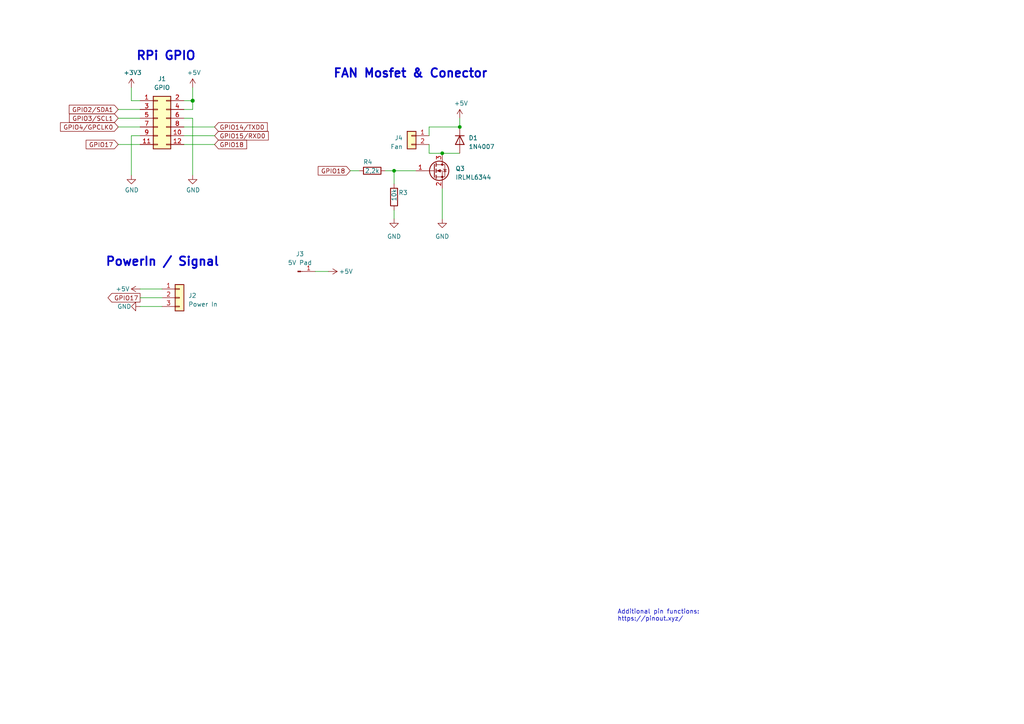
<source format=kicad_sch>
(kicad_sch (version 20230121) (generator eeschema)
  (paper "A4")
  (title_block (date "15 nov 2012"))
  (lib_symbols
    (symbol "Connector:Conn_01x01_Pin" (pin_names (offset 1.016) hide)
      (property "Reference" "J" (at 0 2.54 0))
      (property "Value" "Conn_01x01_Pin" (at 0 -2.54 0))
      (symbol "Conn_01x01_Pin_1_1"
        (polyline (pts (xy 1.27 0) (xy 0.8636 0)) (stroke (width 0.1524)))
        (rectangle (start 0.8636 0.127) (end 0 -0.127) (stroke (width 0.1524)) (fill (type outline)))
        (pin passive line (at 5.08 0 180) (length 3.81) (name "Pin_1") (number "1"))
      )
    )
    (symbol "Connector_Generic:Conn_01x02" (pin_names (offset 1.016) hide)
      (property "Reference" "J" (at 0 2.54 0))
      (property "Value" "Conn_01x02" (at 0 -5.08 0))
      (symbol "Conn_01x02_1_1"
        (rectangle (start -1.27 -2.413) (end 0 -2.667) (stroke (width 0.1524)))
        (rectangle (start -1.27 0.127) (end 0 -0.127) (stroke (width 0.1524)))
        (rectangle (start -1.27 1.27) (end 1.27 -3.81) (stroke (width 0.254)) (fill (type background)))
        (pin passive line (at -5.08 0 0) (length 3.81) (name "Pin_1") (number "1"))
        (pin passive line (at -5.08 -2.54 0) (length 3.81) (name "Pin_2") (number "2"))
      )
    )
    (symbol "Connector_Generic:Conn_01x03" (pin_names (offset 1.016) hide)
      (property "Reference" "J" (at 0 5.08 0))
      (property "Value" "Conn_01x03" (at 0 -5.08 0))
      (symbol "Conn_01x03_1_1"
        (rectangle (start -1.27 -2.413) (end 0 -2.667) (stroke (width 0.1524)))
        (rectangle (start -1.27 0.127) (end 0 -0.127) (stroke (width 0.1524)))
        (rectangle (start -1.27 2.667) (end 0 2.413) (stroke (width 0.1524)))
        (rectangle (start -1.27 3.81) (end 1.27 -3.81) (stroke (width 0.254)) (fill (type background)))
        (pin passive line (at -5.08 2.54 0) (length 3.81) (name "Pin_1") (number "1"))
        (pin passive line (at -5.08 0 0) (length 3.81) (name "Pin_2") (number "2"))
        (pin passive line (at -5.08 -2.54 0) (length 3.81) (name "Pin_3") (number "3"))
      )
    )
    (symbol "Connector_Generic:Conn_02x06_Odd_Even" (pin_names (offset 1.016) hide)
      (property "Reference" "J" (at 1.27 7.62 0))
      (property "Value" "Conn_02x06_Odd_Even" (at 1.27 -10.16 0))
      (symbol "Conn_02x06_Odd_Even_1_1"
        (rectangle (start -1.27 -7.493) (end 0 -7.747) (stroke (width 0.1524)))
        (rectangle (start -1.27 -4.953) (end 0 -5.207) (stroke (width 0.1524)))
        (rectangle (start -1.27 -2.413) (end 0 -2.667) (stroke (width 0.1524)))
        (rectangle (start -1.27 0.127) (end 0 -0.127) (stroke (width 0.1524)))
        (rectangle (start -1.27 2.667) (end 0 2.413) (stroke (width 0.1524)))
        (rectangle (start -1.27 5.207) (end 0 4.953) (stroke (width 0.1524)))
        (rectangle (start -1.27 6.35) (end 3.81 -8.89) (stroke (width 0.254)) (fill (type background)))
        (rectangle (start 3.81 -7.493) (end 2.54 -7.747) (stroke (width 0.1524)))
        (rectangle (start 3.81 -4.953) (end 2.54 -5.207) (stroke (width 0.1524)))
        (rectangle (start 3.81 -2.413) (end 2.54 -2.667) (stroke (width 0.1524)))
        (rectangle (start 3.81 0.127) (end 2.54 -0.127) (stroke (width 0.1524)))
        (rectangle (start 3.81 2.667) (end 2.54 2.413) (stroke (width 0.1524)))
        (rectangle (start 3.81 5.207) (end 2.54 4.953) (stroke (width 0.1524)))
        (pin passive line (at -5.08 5.08 0) (length 3.81) (name "Pin_1") (number "1"))
        (pin passive line (at 7.62 -5.08 180) (length 3.81) (name "Pin_10") (number "10"))
        (pin passive line (at -5.08 -7.62 0) (length 3.81) (name "Pin_11") (number "11"))
        (pin passive line (at 7.62 -7.62 180) (length 3.81) (name "Pin_12") (number "12"))
        (pin passive line (at 7.62 5.08 180) (length 3.81) (name "Pin_2") (number "2"))
        (pin passive line (at -5.08 2.54 0) (length 3.81) (name "Pin_3") (number "3"))
        (pin passive line (at 7.62 2.54 180) (length 3.81) (name "Pin_4") (number "4"))
        (pin passive line (at -5.08 0 0) (length 3.81) (name "Pin_5") (number "5"))
        (pin passive line (at 7.62 0 180) (length 3.81) (name "Pin_6") (number "6"))
        (pin passive line (at -5.08 -2.54 0) (length 3.81) (name "Pin_7") (number "7"))
        (pin passive line (at 7.62 -2.54 180) (length 3.81) (name "Pin_8") (number "8"))
        (pin passive line (at -5.08 -5.08 0) (length 3.81) (name "Pin_9") (number "9"))
      )
    )
    (symbol "Device:R" (pin_numbers hide) (pin_names (offset 0))
      (property "Reference" "R" (at 2.032 0 90))
      (property "Value" "R" (at 0 0 90))
      (symbol "R_0_1"
        (rectangle (start -1.016 -2.54) (end 1.016 2.54) (stroke (width 0.254)))
      )
      (symbol "R_1_1"
        (pin passive line (at 0 3.81 270) (length 1.27) (name "~") (number "1"))
        (pin passive line (at 0 -3.81 90) (length 1.27) (name "~") (number "2"))
      )
    )
    (symbol "Diode:1N4007" (pin_numbers hide) (pin_names hide)
      (property "Reference" "D" (at 0 2.54 0))
      (property "Value" "1N4007" (at 0 -2.54 0))
      (symbol "1N4007_0_1"
        (polyline (pts (xy -1.27 1.27) (xy -1.27 -1.27)) (stroke (width 0.254)))
        (polyline (pts (xy 1.27 0) (xy -1.27 0)))
        (polyline (pts (xy 1.27 1.27) (xy 1.27 -1.27) (xy -1.27 0) (xy 1.27 1.27)) (stroke (width 0.254)))
      )
      (symbol "1N4007_1_1"
        (pin passive line (at -3.81 0 0) (length 2.54) (name "K") (number "1"))
        (pin passive line (at 3.81 0 180) (length 2.54) (name "A") (number "2"))
      )
    )
    (symbol "GND_1" (power) (pin_names (offset 0))
      (property "Value" "GND_1" (at 0 -3.81 0))
      (symbol "GND_1_0_1"
        (polyline (pts (xy 0 0) (xy 0 -1.27) (xy 1.27 -1.27) (xy 0 -2.54) (xy -1.27 -1.27) (xy 0 -1.27)))
      )
      (symbol "GND_1_1_1"
        (pin power_in line (at 0 0 270) (length 0) hide (name "GND") (number "1"))
      )
    )
    (symbol "GND_2" (power) (pin_names (offset 0))
      (property "Value" "GND_2" (at 0 -3.81 0))
      (symbol "GND_2_0_1"
        (polyline (pts (xy 0 0) (xy 0 -1.27) (xy 1.27 -1.27) (xy 0 -2.54) (xy -1.27 -1.27) (xy 0 -1.27)))
      )
      (symbol "GND_2_1_1"
        (pin power_in line (at 0 0 270) (length 0) hide (name "GND") (number "1"))
      )
    )
    (symbol "pixeltrace:IRLML6344" (pin_names hide)
      (property "Reference" "Q" (at 5.08 1.905 0))
      (property "Value" "IRLML6344" (at 5.08 0 0))
      (symbol "IRLML6344_0_1"
        (polyline (pts (xy 0.254 0) (xy -2.54 0)))
        (polyline (pts (xy 0.254 1.905) (xy 0.254 -1.905)) (stroke (width 0.254)))
        (polyline (pts (xy 0.762 -1.27) (xy 0.762 -2.286)) (stroke (width 0.254)))
        (polyline (pts (xy 0.762 0.508) (xy 0.762 -0.508)) (stroke (width 0.254)))
        (polyline (pts (xy 0.762 2.286) (xy 0.762 1.27)) (stroke (width 0.254)))
        (polyline (pts (xy 2.54 2.54) (xy 2.54 1.778)))
        (polyline (pts (xy 2.54 -2.54) (xy 2.54 0) (xy 0.762 0)))
        (polyline (pts (xy 0.762 -1.778) (xy 3.302 -1.778) (xy 3.302 1.778) (xy 0.762 1.778)))
        (polyline (pts (xy 1.016 0) (xy 2.032 0.381) (xy 2.032 -0.381) (xy 1.016 0)) (fill (type outline)))
        (polyline (pts (xy 2.794 0.508) (xy 2.921 0.381) (xy 3.683 0.381) (xy 3.81 0.254)))
        (polyline (pts (xy 3.302 0.381) (xy 2.921 -0.254) (xy 3.683 -0.254) (xy 3.302 0.381)))
        (circle (center 1.651 0) (radius 2.794) (stroke (width 0.254)))
        (circle (center 2.54 -1.778) (radius 0.254) (fill (type outline)))
        (circle (center 2.54 1.778) (radius 0.254) (fill (type outline)))
      )
      (symbol "IRLML6344_1_1"
        (pin input line (at -5.08 0 0) (length 2.54) (name "G") (number "1"))
        (pin passive line (at 2.54 -5.08 90) (length 2.54) (name "S") (number "2"))
        (pin passive line (at 2.54 5.08 270) (length 2.54) (name "D") (number "3"))
      )
    )
    (symbol "power:+3.3V" (power) (pin_names (offset 0))
      (property "Value" "+3.3V" (at 0 3.556 0))
      (symbol "+3.3V_0_1"
        (polyline (pts (xy -0.762 1.27) (xy 0 2.54)))
        (polyline (pts (xy 0 0) (xy 0 2.54)))
        (polyline (pts (xy 0 2.54) (xy 0.762 1.27)))
      )
      (symbol "+3.3V_1_1"
        (pin power_in line (at 0 0 90) (length 0) hide (name "+3V3") (number "1"))
      )
    )
    (symbol "power:+5V" (power) (pin_names (offset 0))
      (property "Value" "+5V" (at 0 3.556 0))
      (symbol "+5V_0_1"
        (polyline (pts (xy -0.762 1.27) (xy 0 2.54)))
        (polyline (pts (xy 0 0) (xy 0 2.54)))
        (polyline (pts (xy 0 2.54) (xy 0.762 1.27)))
      )
      (symbol "+5V_1_1"
        (pin power_in line (at 0 0 90) (length 0) hide (name "+5V") (number "1"))
      )
    )
    (symbol "power:GND" (power) (pin_names (offset 0))
      (property "Value" "GND" (at 0 -3.81 0))
      (symbol "GND_0_1"
        (polyline (pts (xy 0 0) (xy 0 -1.27) (xy 1.27 -1.27) (xy 0 -2.54) (xy -1.27 -1.27) (xy 0 -1.27)))
      )
      (symbol "GND_1_1"
        (pin power_in line (at 0 0 270) (length 0) hide (name "GND") (number "1"))
      )
    )
  )
  (junction (at 133.35 36.83))
  (junction (at 128.27 44.45))
  (junction (at 55.88 29.21) (diameter 1.016))
  (junction (at 114.3 49.53))
  (wire (pts (xy 55.88 34.29) (xy 55.88 50.8)))
  (wire (pts (xy 40.64 31.75) (xy 34.29 31.75)))
  (wire (pts (xy 53.34 36.83) (xy 62.23 36.83)))
  (wire (pts (xy 55.88 25.4) (xy 55.88 29.21)))
  (wire (pts (xy 53.34 39.37) (xy 62.23 39.37)))
  (wire (pts (xy 40.64 86.36) (xy 46.99 86.36)))
  (wire (pts (xy 53.34 41.91) (xy 62.23 41.91)))
  (wire (pts (xy 111.76 49.53) (xy 114.3 49.53)))
  (wire (pts (xy 128.27 44.45) (xy 133.35 44.45)))
  (wire (pts (xy 38.1 25.4) (xy 38.1 29.21)))
  (wire (pts (xy 124.46 41.91) (xy 124.46 44.45)))
  (wire (pts (xy 114.3 49.53) (xy 114.3 53.34)))
  (wire (pts (xy 38.1 39.37) (xy 40.64 39.37)))
  (wire (pts (xy 55.88 29.21) (xy 55.88 31.75)))
  (wire (pts (xy 40.64 88.9) (xy 46.99 88.9)))
  (wire (pts (xy 114.3 63.5) (xy 114.3 60.96)))
  (wire (pts (xy 128.27 63.5) (xy 128.27 54.61)))
  (wire (pts (xy 101.6 49.53) (xy 104.14 49.53)))
  (wire (pts (xy 91.44 78.74) (xy 95.25 78.74)))
  (wire (pts (xy 133.35 36.83) (xy 133.35 34.29)))
  (wire (pts (xy 124.46 39.37) (xy 124.46 36.83)))
  (wire (pts (xy 34.29 36.83) (xy 40.64 36.83)))
  (wire (pts (xy 124.46 44.45) (xy 128.27 44.45)))
  (wire (pts (xy 40.64 83.82) (xy 46.99 83.82)))
  (wire (pts (xy 55.88 34.29) (xy 53.34 34.29)))
  (wire (pts (xy 38.1 29.21) (xy 40.64 29.21)))
  (wire (pts (xy 55.88 29.21) (xy 53.34 29.21)))
  (wire (pts (xy 114.3 49.53) (xy 120.65 49.53)))
  (wire (pts (xy 34.29 41.91) (xy 40.64 41.91)))
  (wire (pts (xy 38.1 39.37) (xy 38.1 50.8)))
  (wire (pts (xy 124.46 36.83) (xy 133.35 36.83)))
  (wire (pts (xy 34.29 34.29) (xy 40.64 34.29)))
  (wire (pts (xy 55.88 31.75) (xy 53.34 31.75)))
  (text "Additional pin functions:\nhttps://pinout.xyz/" (at 179.07 180.34 0) (effects (font (size 1.27 1.27)) (justify left bottom)))
  (text "FAN Mosfet & Conector" (at 96.52 22.86 0) (effects (font (size 2.5 2.5) bold) (justify left bottom)))
  (text "RPi GPIO" (at 39.37 17.78 0) (effects (font (size 2.5 2.5) (thickness 0.5) bold) (justify left bottom)))
  (text "PowerIn / Signal" (at 30.48 77.47 0) (effects (font (size 2.5 2.5) (thickness 0.5) bold) (justify left bottom)))
  (global_label "GPIO18" (shape input) (at 62.23 41.91 0) (property "Intersheetrefs" "${INTERSHEET_REFS}" (effects hide)))
  (global_label "GPIO15{slash}RXD0" (shape input) (at 62.23 39.37 0) (property "Intersheetrefs" "${INTERSHEET_REFS}" (effects hide)))
  (global_label "GPIO4{slash}GPCLK0" (shape input) (at 34.29 36.83 180) (property "Intersheetrefs" "${INTERSHEET_REFS}" (effects hide)))
  (global_label "GPIO14{slash}TXD0" (shape input) (at 62.23 36.83 0) (property "Intersheetrefs" "${INTERSHEET_REFS}" (effects hide)))
  (global_label "GPIO3{slash}SCL1" (shape input) (at 34.29 34.29 180) (property "Intersheetrefs" "${INTERSHEET_REFS}" (effects hide)))
  (global_label "GPIO18" (shape input) (at 101.6 49.53 180) (property "Intersheetrefs" "${INTERSHEET_REFS}" (effects hide)))
  (global_label "GPIO17" (shape input) (at 34.29 41.91 180) (property "Intersheetrefs" "${INTERSHEET_REFS}" (effects hide)))
  (global_label "GPIO2{slash}SDA1" (shape input) (at 34.29 31.75 180) (property "Intersheetrefs" "${INTERSHEET_REFS}" (effects hide)))
  (global_label "GPIO17" (shape output) (at 40.64 86.36 180) (property "Intersheetrefs" "${INTERSHEET_REFS}" (effects hide)))
  (symbol (lib_name "GND_2") (lib_id "power:GND") (at 114.3 63.5 0) (unit 1)
    (property "Reference" "#PWR01" (effects hide))
    (property "Value" "GND" (at 114.3 68.58 0))
  )
  (symbol (lib_id "power:+5V") (at 55.88 25.4 0) (unit 1)
    (property "Reference" "#PWR07" (effects hide))
    (property "Value" "+5V" (at 56.2483 21.0756 0))
  )
  (symbol (lib_id "power:+5V") (at 95.25 78.74 270) (unit 1)
    (property "Reference" "#PWR04" (effects hide))
    (property "Value" "+5V" (at 100.33 78.74 90))
  )
  (symbol (lib_id "Connector_Generic:Conn_01x02") (at 119.38 39.37 0) (mirror y) (unit 1)
    (property "Reference" "J4" (at 116.84 40.005 0) (effects (justify left)))
    (property "Value" "Fan" (at 116.84 42.545 0) (effects (justify left)))
    (property "Footprint" "Connector_JST:JST_XH_B2B-XH-A_1x02_P2.50mm_Vertical" (effects hide))
  )
  (symbol (lib_id "Connector_Generic:Conn_01x03") (at 52.07 86.36 0) (unit 1)
    (property "Reference" "J2" (at 54.61 85.725 0) (effects (justify left)))
    (property "Value" "Power In" (at 54.61 88.265 0) (effects (justify left)))
    (property "Footprint" "Connector_Molex:Molex_Micro-Fit_3.0_43650-0300_1x03_P3.00mm_Horizontal" (effects hide))
  )
  (symbol (lib_name "GND_2") (lib_id "power:GND") (at 128.27 63.5 0) (unit 1)
    (property "Reference" "#PWR015" (effects hide))
    (property "Value" "GND" (at 128.27 68.58 0))
  )
  (symbol (lib_id "power:GND") (at 38.1 50.8 0) (unit 1)
    (property "Reference" "#PWR06" (effects hide))
    (property "Value" "GND" (at 38.2143 55.1244 0))
  )
  (symbol (lib_id "pixeltrace:IRLML6344") (at 125.73 49.53 0) (unit 1)
    (property "Reference" "Q3" (at 132.08 48.895 0) (effects (justify left)))
    (property "Value" "IRLML6344" (at 132.08 51.435 0) (effects (justify left)))
    (property "Footprint" "Package_TO_SOT_SMD:SOT-23" (effects hide))
    (property "Datasheet" "https://cdn-reichelt.de/documents/datenblatt/A200/DS_IRLML6344-IR.pdf" (effects hide))
  )
  (symbol (lib_id "power:+5V") (at 133.35 34.29 0) (unit 1)
    (property "Reference" "#PWR014" (effects hide))
    (property "Value" "+5V" (at 133.7183 29.9656 0))
  )
  (symbol (lib_id "Diode:1N4007") (at 133.35 40.64 270) (unit 1)
    (property "Reference" "D1" (at 135.89 40.005 90) (effects (justify left)))
    (property "Value" "1N4007" (at 135.89 42.545 90) (effects (justify left)))
    (property "Footprint" "Diode_SMD:D_SOD-123F" (effects hide))
    (property "Datasheet" "http://www.vishay.com/docs/88503/1n4001.pdf" (effects hide))
    (property "Sim.Device" "D" (effects hide))
    (property "Sim.Pins" "1=K 2=A" (effects hide))
  )
  (symbol (lib_id "Connector:Conn_01x01_Pin") (at 86.36 78.74 0) (unit 1)
    (property "Reference" "J3" (at 86.995 73.66 0))
    (property "Value" "5V Pad" (at 86.995 76.2 0))
    (property "Footprint" "TestPoint:TestPoint_THTPad_1.5x1.5mm_Drill0.7mm" (effects hide))
  )
  (symbol (lib_id "Connector_Generic:Conn_02x06_Odd_Even") (at 45.72 34.29 0) (unit 1)
    (property "Reference" "J1" (at 46.99 22.86 0))
    (property "Value" "GPIO" (at 46.99 25.4 0))
    (property "Footprint" "Connector_PinSocket_2.54mm:PinSocket_2x06_P2.54mm_Vertical" (effects hide))
  )
  (symbol (lib_name "GND_1") (lib_id "power:GND") (at 40.64 88.9 270) (unit 1)
    (property "Reference" "#PWR02" (effects hide))
    (property "Value" "GND" (at 38.1 88.9 90) (effects (justify right)))
  )
  (symbol (lib_id "power:+3.3V") (at 38.1 25.4 0) (unit 1)
    (property "Reference" "#PWR05" (effects hide))
    (property "Value" "+3.3V" (at 38.4683 21.0756 0))
  )
  (symbol (lib_id "Device:R") (at 107.95 49.53 90) (unit 1)
    (property "Reference" "R4" (at 106.68 46.99 90))
    (property "Value" "2,2k" (at 107.95 49.53 90))
    (property "Footprint" "Resistor_SMD:R_0805_2012Metric_Pad1.20x1.40mm_HandSolder" (effects hide))
  )
  (symbol (lib_id "power:GND") (at 55.88 50.8 0) (unit 1)
    (property "Reference" "#PWR08" (effects hide))
    (property "Value" "GND" (at 55.9943 55.1244 0))
  )
  (symbol (lib_id "Device:R") (at 114.3 57.15 0) (unit 1)
    (property "Reference" "R3" (at 115.57 55.88 0) (effects (justify left)))
    (property "Value" "10k" (at 114.3 58.42 90) (effects (justify left)))
    (property "Footprint" "Resistor_SMD:R_0805_2012Metric_Pad1.20x1.40mm_HandSolder" (effects hide))
  )
  (symbol (lib_id "power:+5V") (at 40.64 83.82 90) (unit 1)
    (property "Reference" "#PWR03" (effects hide))
    (property "Value" "+5V" (at 35.56 83.82 90))
  )
)
</source>
